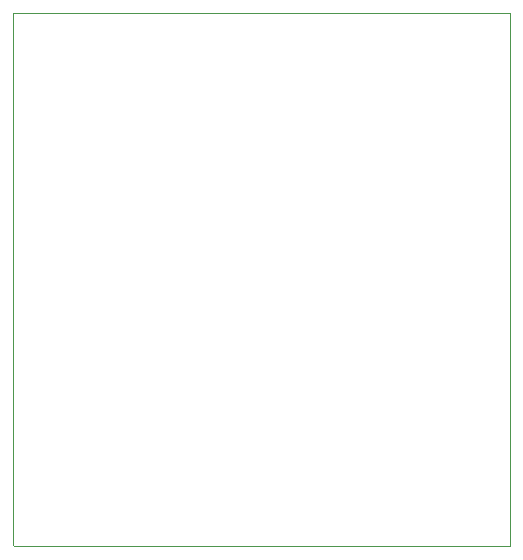
<source format=gko>
G04*
G04 #@! TF.GenerationSoftware,Altium Limited,Altium Designer,21.0.9 (235)*
G04*
G04 Layer_Color=16711935*
%FSLAX44Y44*%
%MOMM*%
G71*
G04*
G04 #@! TF.SameCoordinates,A09F276E-AA30-40E7-8DD8-8EDFBC635AFD*
G04*
G04*
G04 #@! TF.FilePolarity,Positive*
G04*
G01*
G75*
%ADD10C,0.1000*%
D10*
X420500Y450000D02*
G03*
X420000Y450500I-500J0D01*
G01*
X420500Y450000D02*
G03*
X420000Y450500I-500J0D01*
G01*
X420000Y-500D02*
G03*
X420500Y-0I0J500D01*
G01*
X420000Y-500D02*
G03*
X420500Y-0I0J500D01*
G01*
X-0Y450500D02*
G03*
X-500Y450000I0J-500D01*
G01*
X-0Y450500D02*
G03*
X-500Y450000I0J-500D01*
G01*
X-500Y0D02*
G03*
X0Y-500I500J0D01*
G01*
X-500Y0D02*
G03*
X0Y-500I500J0D01*
G01*
X420500Y450000D02*
X420500Y-0D01*
X-0Y450500D02*
X420000Y450500D01*
X0Y-500D02*
X420000Y-500D01*
X-500Y450000D02*
X-500Y0D01*
M02*

</source>
